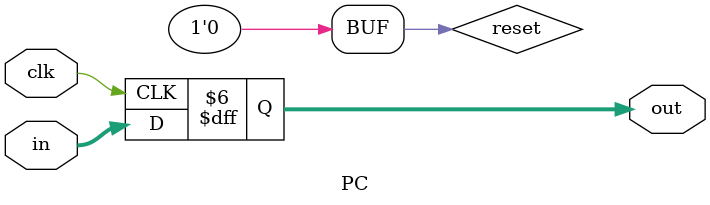
<source format=v>
module PC(out,in,clk);

	input [31:0] in;
	input clk;
	output [31:0] out;
	
	reg [31:0] out;
	wire [31:0] in;
	reg reset;
	initial begin
		reset = 1;
	    #51 reset = 0;
	end
	
	always @ (posedge clk)
	begin
		if(reset)
			out <= #2 0;
		else
			out <= #2 in;		
	end
		
endmodule

</source>
